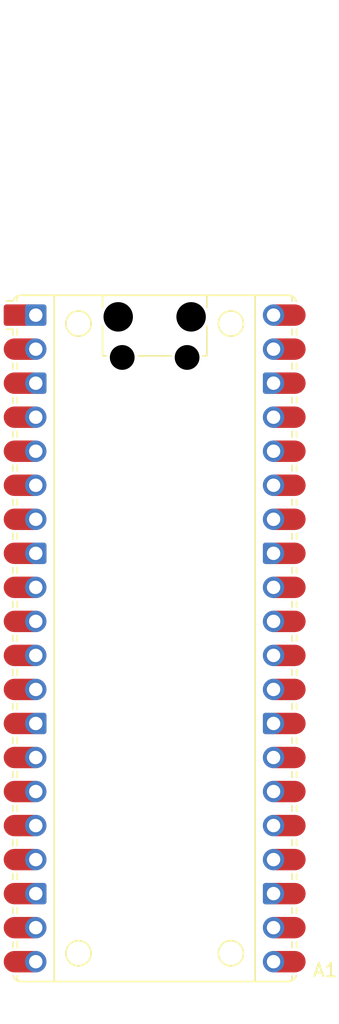
<source format=kicad_pcb>
(kicad_pcb (version 20240108) (generator "pcbnew") (generator_version "8.0")
  (layers (0 "F.Cu" signal) (31 "B.Cu" signal) (34 "B.Paste" user) (35 "F.Paste" user) (36 "B.SilkS" user "B.Silkscreen") (37 "F.SilkS" user "F.Silkscreen") (38 "B.Mask" user) (39 "F.Mask" user) (44 "Edge.Cuts" user))
  (net 0 "")
  (net 3 "Net-(A1-GND-Pad13)")
  (footprint "Module_RaspberryPi_Pico:RaspberryPi_Pico_Common" (layer "F.Cu") (at 116.078 75.692)
    (property "Reference" "A1" (at 11.7475 24.765 0) (layer "F.SilkS") (effects (justify left)))
    (property "Value" "RaspberryPi_Pico")
    (fp_line (start -10.61 -23.07) (end -11.09 -23.07) (stroke (width 0.12)) (layer "F.SilkS"))
    (fp_line (start -10.61 -23.07) (end -10.61 -22.65) (stroke (width 0.12)) (layer "F.SilkS"))
    (fp_line (start -10.61 -20.53) (end -10.61 -20.11) (stroke (width 0.12)) (layer "F.SilkS"))
    (fp_line (start -10.61 -17.99) (end -10.61 -17.57) (stroke (width 0.12)) (layer "F.SilkS"))
    (fp_line (start -10.61 -15.45) (end -10.61 -15.03) (stroke (width 0.12)) (layer "F.SilkS"))
    (fp_line (start -10.61 -12.91) (end -10.61 -12.49) (stroke (width 0.12)) (layer "F.SilkS"))
    (fp_line (start -10.61 -10.37) (end -10.61 -9.95) (stroke (width 0.12)) (layer "F.SilkS"))
    (fp_line (start -10.61 -7.83) (end -10.61 -7.41) (stroke (width 0.12)) (layer "F.SilkS"))
    (fp_line (start -10.61 -5.29) (end -10.61 -4.87) (stroke (width 0.12)) (layer "F.SilkS"))
    (fp_line (start -10.61 -2.75) (end -10.61 -2.33) (stroke (width 0.12)) (layer "F.SilkS"))
    (fp_line (start -10.61 -0.21) (end -10.61 0.21) (stroke (width 0.12)) (layer "F.SilkS"))
    (fp_line (start -10.61 2.33) (end -10.61 2.75) (stroke (width 0.12)) (layer "F.SilkS"))
    (fp_line (start -10.61 4.87) (end -10.61 5.29) (stroke (width 0.12)) (layer "F.SilkS"))
    (fp_line (start -10.61 7.41) (end -10.61 7.83) (stroke (width 0.12)) (layer "F.SilkS"))
    (fp_line (start -10.61 9.95) (end -10.61 10.37) (stroke (width 0.12)) (layer "F.SilkS"))
    (fp_line (start -10.61 12.49) (end -10.61 12.91) (stroke (width 0.12)) (layer "F.SilkS"))
    (fp_line (start -10.61 15.03) (end -10.61 15.45) (stroke (width 0.12)) (layer "F.SilkS"))
    (fp_line (start -10.61 17.57) (end -10.61 17.99) (stroke (width 0.12)) (layer "F.SilkS"))
    (fp_line (start -10.61 20.11) (end -10.61 20.53) (stroke (width 0.12)) (layer "F.SilkS"))
    (fp_line (start -10.61 22.65) (end -10.61 23.07) (stroke (width 0.12)) (layer "F.SilkS"))
    (fp_line (start -10.579676 -25.19) (end -11.09 -25.19) (stroke (width 0.12)) (layer "F.SilkS"))
    (fp_line (start -10.27 -25.189937) (end -10.27 -25.547) (stroke (width 0.12)) (layer "F.SilkS"))
    (fp_line (start -10.27 -23.07) (end -10.27 -22.65) (stroke (width 0.12)) (layer "F.SilkS"))
    (fp_line (start -10.27 -20.53) (end -10.27 -20.11) (stroke (width 0.12)) (layer "F.SilkS"))
    (fp_line (start -10.27 -17.99) (end -10.27 -17.57) (stroke (width 0.12)) (layer "F.SilkS"))
    (fp_line (start -10.27 -15.45) (end -10.27 -15.03) (stroke (width 0.12)) (layer "F.SilkS"))
    (fp_line (start -10.27 -12.91) (end -10.27 -12.49) (stroke (width 0.12)) (layer "F.SilkS"))
    (fp_line (start -10.27 -10.37) (end -10.27 -9.95) (stroke (width 0.12)) (layer "F.SilkS"))
    (fp_line (start -10.27 -7.83) (end -10.27 -7.41) (stroke (width 0.12)) (layer "F.SilkS"))
    (fp_line (start -10.27 -5.29) (end -10.27 -4.87) (stroke (width 0.12)) (layer "F.SilkS"))
    (fp_line (start -10.27 -2.75) (end -10.27 -2.33) (stroke (width 0.12)) (layer "F.SilkS"))
    (fp_line (start -10.27 -0.21) (end -10.27 0.21) (stroke (width 0.12)) (layer "F.SilkS"))
    (fp_line (start -10.27 2.33) (end -10.27 2.75) (stroke (width 0.12)) (layer "F.SilkS"))
    (fp_line (start -10.27 4.87) (end -10.27 5.29) (stroke (width 0.12)) (layer "F.SilkS"))
    (fp_line (start -10.27 7.41) (end -10.27 7.83) (stroke (width 0.12)) (layer "F.SilkS"))
    (fp_line (start -10.27 9.95) (end -10.27 10.37) (stroke (width 0.12)) (layer "F.SilkS"))
    (fp_line (start -10.27 12.49) (end -10.27 12.91) (stroke (width 0.12)) (layer "F.SilkS"))
    (fp_line (start -10.27 15.03) (end -10.27 15.45) (stroke (width 0.12)) (layer "F.SilkS"))
    (fp_line (start -10.27 17.57) (end -10.27 17.99) (stroke (width 0.12)) (layer "F.SilkS"))
    (fp_line (start -10.27 20.11) (end -10.27 20.53) (stroke (width 0.12)) (layer "F.SilkS"))
    (fp_line (start -10.27 22.65) (end -10.27 23.07) (stroke (width 0.12)) (layer "F.SilkS"))
    (fp_line (start -10.27 25.189937) (end -10.27 25.547) (stroke (width 0.12)) (layer "F.SilkS"))
    (fp_line (start -10 -25.61) (end -7.51 -25.61) (stroke (width 0.12)) (layer "F.SilkS"))
    (fp_line (start -10 25.61) (end -3.6 25.61) (stroke (width 0.12)) (layer "F.SilkS"))
    (fp_line (start -7.51 -25.61) (end -7.51 -24.69648) (stroke (width 0.12)) (layer "F.SilkS"))
    (fp_line (start -7.51 -25.61) (end -4.235 -25.61) (stroke (width 0.12)) (layer "F.SilkS"))
    (fp_line (start -7.51 -24.69648) (end -7.51 -22.30352) (stroke (width 0.12)) (layer "F.SilkS"))
    (fp_line (start -7.51 -22.30352) (end -7.51 22.30352) (stroke (width 0.12)) (layer "F.SilkS"))
    (fp_line (start -7.51 22.30352) (end -7.51 24.69648) (stroke (width 0.12)) (layer "F.SilkS"))
    (fp_line (start -7.51 24.69648) (end -7.51 25.61) (stroke (width 0.12)) (layer "F.SilkS"))
    (fp_line (start -4.235 -25.61) (end 4.235 -25.61) (stroke (width 0.12)) (layer "F.SilkS"))
    (fp_line (start -3.9 -25.61) (end -3.9 -24.694) (stroke (width 0.12)) (layer "F.SilkS"))
    (fp_line (start -3.9 -23.3152) (end -3.9 -21.09) (stroke (width 0.12)) (layer "F.SilkS"))
    (fp_line (start -3.9 -21.09) (end -3.60391 -21.09) (stroke (width 0.12)) (layer "F.SilkS"))
    (fp_line (start -1.24609 -21.09) (end 1.24609 -21.09) (stroke (width 0.12)) (layer "F.SilkS"))
    (fp_line (start 3.6 25.61) (end -3.6 25.61) (stroke (width 0.12)) (layer "F.SilkS"))
    (fp_line (start 3.6 25.61) (end 10 25.61) (stroke (width 0.12)) (layer "F.SilkS"))
    (fp_line (start 3.60391 -21.09) (end 3.9 -21.09) (stroke (width 0.12)) (layer "F.SilkS"))
    (fp_line (start 3.9 -25.61) (end 3.9 -24.694) (stroke (width 0.12)) (layer "F.SilkS"))
    (fp_line (start 3.9 -23.3152) (end 3.9 -21.09) (stroke (width 0.12)) (layer "F.SilkS"))
    (fp_line (start 4.235 -25.61) (end 7.51 -25.61) (stroke (width 0.12)) (layer "F.SilkS"))
    (fp_line (start 7.51 -25.61) (end 7.51 -24.69648) (stroke (width 0.12)) (layer "F.SilkS"))
    (fp_line (start 7.51 -24.69648) (end 7.51 -22.30352) (stroke (width 0.12)) (layer "F.SilkS"))
    (fp_line (start 7.51 -22.30352) (end 7.51 22.30352) (stroke (width 0.12)) (layer "F.SilkS"))
    (fp_line (start 7.51 22.30352) (end 7.51 24.69648) (stroke (width 0.12)) (layer "F.SilkS"))
    (fp_line (start 7.51 24.69648) (end 7.51 25.61) (stroke (width 0.12)) (layer "F.SilkS"))
    (fp_line (start 10 -25.61) (end 7.51 -25.61) (stroke (width 0.12)) (layer "F.SilkS"))
    (fp_line (start 10.27 -25.189937) (end 10.27 -25.547) (stroke (width 0.12)) (layer "F.SilkS"))
    (fp_line (start 10.27 -23.07) (end 10.27 -22.65) (stroke (width 0.12)) (layer "F.SilkS"))
    (fp_line (start 10.27 -20.53) (end 10.27 -20.11) (stroke (width 0.12)) (layer "F.SilkS"))
    (fp_line (start 10.27 -17.99) (end 10.27 -17.57) (stroke (width 0.12)) (layer "F.SilkS"))
    (fp_line (start 10.27 -15.45) (end 10.27 -15.03) (stroke (width 0.12)) (layer "F.SilkS"))
    (fp_line (start 10.27 -12.91) (end 10.27 -12.49) (stroke (width 0.12)) (layer "F.SilkS"))
    (fp_line (start 10.27 -10.37) (end 10.27 -9.95) (stroke (width 0.12)) (layer "F.SilkS"))
    (fp_line (start 10.27 -7.83) (end 10.27 -7.41) (stroke (width 0.12)) (layer "F.SilkS"))
    (fp_line (start 10.27 -5.29) (end 10.27 -4.87) (stroke (width 0.12)) (layer "F.SilkS"))
    (fp_line (start 10.27 -2.75) (end 10.27 -2.33) (stroke (width 0.12)) (layer "F.SilkS"))
    (fp_line (start 10.27 -0.21) (end 10.27 0.21) (stroke (width 0.12)) (layer "F.SilkS"))
    (fp_line (start 10.27 2.33) (end 10.27 2.75) (stroke (width 0.12)) (layer "F.SilkS"))
    (fp_line (start 10.27 4.87) (end 10.27 5.29) (stroke (width 0.12)) (layer "F.SilkS"))
    (fp_line (start 10.27 7.41) (end 10.27 7.83) (stroke (width 0.12)) (layer "F.SilkS"))
    (fp_line (start 10.27 9.95) (end 10.27 10.37) (stroke (width 0.12)) (layer "F.SilkS"))
    (fp_line (start 10.27 12.49) (end 10.27 12.91) (stroke (width 0.12)) (layer "F.SilkS"))
    (fp_line (start 10.27 15.03) (end 10.27 15.45) (stroke (width 0.12)) (layer "F.SilkS"))
    (fp_line (start 10.27 17.57) (end 10.27 17.99) (stroke (width 0.12)) (layer "F.SilkS"))
    (fp_line (start 10.27 20.11) (end 10.27 20.53) (stroke (width 0.12)) (layer "F.SilkS"))
    (fp_line (start 10.27 22.65) (end 10.27 23.07) (stroke (width 0.12)) (layer "F.SilkS"))
    (fp_line (start 10.27 25.189937) (end 10.27 25.547) (stroke (width 0.12)) (layer "F.SilkS"))
    (fp_line (start 10.61 -23.07) (end 10.61 -22.65) (stroke (width 0.12)) (layer "F.SilkS"))
    (fp_line (start 10.61 -20.53) (end 10.61 -20.11) (stroke (width 0.12)) (layer "F.SilkS"))
    (fp_line (start 10.61 -17.99) (end 10.61 -17.57) (stroke (width 0.12)) (layer "F.SilkS"))
    (fp_line (start 10.61 -15.45) (end 10.61 -15.03) (stroke (width 0.12)) (layer "F.SilkS"))
    (fp_line (start 10.61 -12.91) (end 10.61 -12.49) (stroke (width 0.12)) (layer "F.SilkS"))
    (fp_line (start 10.61 -10.37) (end 10.61 -9.95) (stroke (width 0.12)) (layer "F.SilkS"))
    (fp_line (start 10.61 -7.83) (end 10.61 -7.41) (stroke (width 0.12)) (layer "F.SilkS"))
    (fp_line (start 10.61 -5.29) (end 10.61 -4.87) (stroke (width 0.12)) (layer "F.SilkS"))
    (fp_line (start 10.61 -2.75) (end 10.61 -2.33) (stroke (width 0.12)) (layer "F.SilkS"))
    (fp_line (start 10.61 -0.21) (end 10.61 0.21) (stroke (width 0.12)) (layer "F.SilkS"))
    (fp_line (start 10.61 2.33) (end 10.61 2.75) (stroke (width 0.12)) (layer "F.SilkS"))
    (fp_line (start 10.61 4.87) (end 10.61 5.29) (stroke (width 0.12)) (layer "F.SilkS"))
    (fp_line (start 10.61 7.41) (end 10.61 7.83) (stroke (width 0.12)) (layer "F.SilkS"))
    (fp_line (start 10.61 9.95) (end 10.61 10.37) (stroke (width 0.12)) (layer "F.SilkS"))
    (fp_line (start 10.61 12.49) (end 10.61 12.91) (stroke (width 0.12)) (layer "F.SilkS"))
    (fp_line (start 10.61 15.03) (end 10.61 15.45) (stroke (width 0.12)) (layer "F.SilkS"))
    (fp_line (start 10.61 17.57) (end 10.61 17.99) (stroke (width 0.12)) (layer "F.SilkS"))
    (fp_line (start 10.61 20.11) (end 10.61 20.53) (stroke (width 0.12)) (layer "F.SilkS"))
    (fp_line (start 10.61 22.65) (end 10.61 23.07) (stroke (width 0.12)) (layer "F.SilkS"))
    (fp_arc (start -10.579676 -25.19) (mid -10.357916 -25.49396) (end -10 -25.61) (stroke (width 0.12)) (layer "F.SilkS"))
    (fp_arc (start -10 25.61) (mid -10.357937 25.493944) (end -10.579676 25.189937) (stroke (width 0.12)) (layer "F.SilkS"))
    (fp_arc (start 10 -25.61) (mid 10.357937 -25.493944) (end 10.579676 -25.189937) (stroke (width 0.12)) (layer "F.SilkS"))
    (fp_arc (start 10.579676 25.189937) (mid 10.357949 25.493953) (end 10 25.61) (stroke (width 0.12)) (layer "F.SilkS"))
    (fp_circle (center -5.7 -23.5) (end -4.76 -23.5) (stroke (width 0.12)) (fill none) (layer "F.SilkS"))
    (fp_circle (center -5.7 23.5) (end -4.76 23.5) (stroke (width 0.12)) (fill none) (layer "F.SilkS"))
    (fp_circle (center 5.7 -23.5) (end 6.64 -23.5) (stroke (width 0.12)) (fill none) (layer "F.SilkS"))
    (fp_circle (center 5.7 23.5) (end 6.64 23.5) (stroke (width 0.12)) (fill none) (layer "F.SilkS"))
    (pad "" np_thru_hole circle (at -2.725 -24) (size 2.2 2.2) (drill 2.2) (layers "*.Mask"))
    (pad "" np_thru_hole circle (at -2.425 -20.97) (size 1.85 1.85) (drill 1.85) (layers "*.Mask"))
    (pad "" np_thru_hole circle (at 2.425 -20.97) (size 1.85 1.85) (drill 1.85) (layers "*.Mask"))
    (pad "" np_thru_hole circle (at 2.725 -24) (size 2.2 2.2) (drill 2.2) (layers "*.Mask"))
    (pad "1" thru_hole roundrect (at -8.89 -24.13) (size 1.6 1.6) (drill 1) (layers "*.Cu" "*.Mask") (roundrect_rratio 0.125))
    (pad "1" smd custom (at -8.89 -24.13) (size 1.6 1.6) (layers "F.Cu" "F.Mask") (options (clearance outline) (anchor circle)) (primitives (gr_poly (pts (xy -2.4 0.6) (xy -2.4 -0.6) (xy -2.2 -0.8) (xy 0 -0.8) (xy 0 0.8) (xy -2.2 0.8)) (width 0) (fill yes)) (gr_circle (center -2.2 0.6) (end -2 0.6) (width 0) (fill yes)) (gr_circle (center -2.2 -0.6) (end -2 -0.6) (width 0) (fill yes))))
    (pad "2" thru_hole circle (at -8.89 -21.59) (size 1.6 1.6) (drill 1) (layers "*.Cu" "*.Mask"))
    (pad "2" smd roundrect (at -8.89 -21.59) (size 3.2 1.6) (drill (offset -0.8 0)) (layers "F.Cu" "F.Mask") (roundrect_rratio 0.5))
    (pad "3" thru_hole custom (at -8.89 -19.05) (size 1.6 1.6) (drill 1) (layers "*.Cu" "*.Mask") (net 3 "Net-(A1-GND-Pad13)") (options (clearance outline) (anchor circle)) (primitives (gr_poly (pts (xy 0.8 0.6) (xy 0.8 -0.6) (xy 0.6 -0.8) (xy 0 -0.8) (xy 0 0.8) (xy 0.6 0.8)) (width 0) (fill yes)) (gr_circle (center 0.6 0.6) (end 0.8 0.6) (width 0) (fill yes)) (gr_circle (center 0.6 -0.6) (end 0.8 -0.6) (width 0) (fill yes))))
    (pad "3" smd custom (at -8.89 -19.05) (size 1.6 1.6) (layers "F.Cu" "F.Mask") (net 3 "Net-(A1-GND-Pad13)") (options (clearance outline) (anchor circle)) (primitives (gr_poly (pts (xy 0.8 -0.6) (xy 0.8 0.6) (xy 0.6 0.8) (xy -1.6 0.8) (xy -1.6 -0.8) (xy 0.6 -0.8)) (width 0) (fill yes)) (gr_circle (center 0.6 0.6) (end 0.8 0.6) (width 0) (fill yes)) (gr_circle (center 0.6 -0.6) (end 0.8 -0.6) (width 0) (fill yes)) (gr_circle (center -1.6 0) (end -0.8 0) (width 0) (fill yes))))
    (pad "4" thru_hole circle (at -8.89 -16.51) (size 1.6 1.6) (drill 1) (layers "*.Cu" "*.Mask"))
    (pad "4" smd roundrect (at -8.89 -16.51) (size 3.2 1.6) (drill (offset -0.8 0)) (layers "F.Cu" "F.Mask") (roundrect_rratio 0.5))
    (pad "5" thru_hole circle (at -8.89 -13.97) (size 1.6 1.6) (drill 1) (layers "*.Cu" "*.Mask"))
    (pad "5" smd roundrect (at -8.89 -13.97) (size 3.2 1.6) (drill (offset -0.8 0)) (layers "F.Cu" "F.Mask") (roundrect_rratio 0.5))
    (pad "6" thru_hole circle (at -8.89 -11.43) (size 1.6 1.6) (drill 1) (layers "*.Cu" "*.Mask"))
    (pad "6" smd roundrect (at -8.89 -11.43) (size 3.2 1.6) (drill (offset -0.8 0)) (layers "F.Cu" "F.Mask") (roundrect_rratio 0.5))
    (pad "7" thru_hole circle (at -8.89 -8.89) (size 1.6 1.6) (drill 1) (layers "*.Cu" "*.Mask"))
    (pad "7" smd roundrect (at -8.89 -8.89) (size 3.2 1.6) (drill (offset -0.8 0)) (layers "F.Cu" "F.Mask") (roundrect_rratio 0.5))
    (pad "8" thru_hole custom (at -8.89 -6.35) (size 1.6 1.6) (drill 1) (layers "*.Cu" "*.Mask") (net 3 "Net-(A1-GND-Pad13)") (options (clearance outline) (anchor circle)) (primitives (gr_poly (pts (xy 0.8 0.6) (xy 0.8 -0.6) (xy 0.6 -0.8) (xy 0 -0.8) (xy 0 0.8) (xy 0.6 0.8)) (width 0) (fill yes)) (gr_circle (center 0.6 0.6) (end 0.8 0.6) (width 0) (fill yes)) (gr_circle (center 0.6 -0.6) (end 0.8 -0.6) (width 0) (fill yes))))
    (pad "8" smd custom (at -8.89 -6.35) (size 1.6 1.6) (layers "F.Cu" "F.Mask") (net 3 "Net-(A1-GND-Pad13)") (options (clearance outline) (anchor circle)) (primitives (gr_poly (pts (xy 0.8 -0.6) (xy 0.8 0.6) (xy 0.6 0.8) (xy -1.6 0.8) (xy -1.6 -0.8) (xy 0.6 -0.8)) (width 0) (fill yes)) (gr_circle (center 0.6 0.6) (end 0.8 0.6) (width 0) (fill yes)) (gr_circle (center 0.6 -0.6) (end 0.8 -0.6) (width 0) (fill yes)) (gr_circle (center -1.6 0) (end -0.8 0) (width 0) (fill yes))))
    (pad "9" thru_hole circle (at -8.89 -3.81) (size 1.6 1.6) (drill 1) (layers "*.Cu" "*.Mask"))
    (pad "9" smd roundrect (at -8.89 -3.81) (size 3.2 1.6) (drill (offset -0.8 0)) (layers "F.Cu" "F.Mask") (roundrect_rratio 0.5))
    (pad "10" thru_hole circle (at -8.89 -1.27) (size 1.6 1.6) (drill 1) (layers "*.Cu" "*.Mask"))
    (pad "10" smd roundrect (at -8.89 -1.27) (size 3.2 1.6) (drill (offset -0.8 0)) (layers "F.Cu" "F.Mask") (roundrect_rratio 0.5))
    (pad "11" thru_hole circle (at -8.89 1.27) (size 1.6 1.6) (drill 1) (layers "*.Cu" "*.Mask"))
    (pad "11" smd roundrect (at -8.89 1.27) (size 3.2 1.6) (drill (offset -0.8 0)) (layers "F.Cu" "F.Mask") (roundrect_rratio 0.5))
    (pad "12" thru_hole circle (at -8.89 3.81) (size 1.6 1.6) (drill 1) (layers "*.Cu" "*.Mask"))
    (pad "12" smd roundrect (at -8.89 3.81) (size 3.2 1.6) (drill (offset -0.8 0)) (layers "F.Cu" "F.Mask") (roundrect_rratio 0.5))
    (pad "13" thru_hole custom (at -8.89 6.35) (size 1.6 1.6) (drill 1) (layers "*.Cu" "*.Mask") (net 3 "Net-(A1-GND-Pad13)") (options (clearance outline) (anchor circle)) (primitives (gr_poly (pts (xy 0.8 0.6) (xy 0.8 -0.6) (xy 0.6 -0.8) (xy 0 -0.8) (xy 0 0.8) (xy 0.6 0.8)) (width 0) (fill yes)) (gr_circle (center 0.6 0.6) (end 0.8 0.6) (width 0) (fill yes)) (gr_circle (center 0.6 -0.6) (end 0.8 -0.6) (width 0) (fill yes))))
    (pad "13" smd custom (at -8.89 6.35) (size 1.6 1.6) (layers "F.Cu" "F.Mask") (net 3 "Net-(A1-GND-Pad13)") (options (clearance outline) (anchor circle)) (primitives (gr_poly (pts (xy 0.8 -0.6) (xy 0.8 0.6) (xy 0.6 0.8) (xy -1.6 0.8) (xy -1.6 -0.8) (xy 0.6 -0.8)) (width 0) (fill yes)) (gr_circle (center 0.6 0.6) (end 0.8 0.6) (width 0) (fill yes)) (gr_circle (center 0.6 -0.6) (end 0.8 -0.6) (width 0) (fill yes)) (gr_circle (center -1.6 0) (end -0.8 0) (width 0) (fill yes))))
    (pad "14" thru_hole circle (at -8.89 8.89) (size 1.6 1.6) (drill 1) (layers "*.Cu" "*.Mask"))
    (pad "14" smd roundrect (at -8.89 8.89) (size 3.2 1.6) (drill (offset -0.8 0)) (layers "F.Cu" "F.Mask") (roundrect_rratio 0.5))
    (pad "15" thru_hole circle (at -8.89 11.43) (size 1.6 1.6) (drill 1) (layers "*.Cu" "*.Mask"))
    (pad "15" smd roundrect (at -8.89 11.43) (size 3.2 1.6) (drill (offset -0.8 0)) (layers "F.Cu" "F.Mask") (roundrect_rratio 0.5))
    (pad "16" thru_hole circle (at -8.89 13.97) (size 1.6 1.6) (drill 1) (layers "*.Cu" "*.Mask"))
    (pad "16" smd roundrect (at -8.89 13.97) (size 3.2 1.6) (drill (offset -0.8 0)) (layers "F.Cu" "F.Mask") (roundrect_rratio 0.5))
    (pad "17" thru_hole circle (at -8.89 16.51) (size 1.6 1.6) (drill 1) (layers "*.Cu" "*.Mask"))
    (pad "17" smd roundrect (at -8.89 16.51) (size 3.2 1.6) (drill (offset -0.8 0)) (layers "F.Cu" "F.Mask") (roundrect_rratio 0.5))
    (pad "18" thru_hole custom (at -8.89 19.05) (size 1.6 1.6) (drill 1) (layers "*.Cu" "*.Mask") (net 3 "Net-(A1-GND-Pad13)") (options (clearance outline) (anchor circle)) (primitives (gr_poly (pts (xy 0.8 0.6) (xy 0.8 -0.6) (xy 0.6 -0.8) (xy 0 -0.8) (xy 0 0.8) (xy 0.6 0.8)) (width 0) (fill yes)) (gr_circle (center 0.6 0.6) (end 0.8 0.6) (width 0) (fill yes)) (gr_circle (center 0.6 -0.6) (end 0.8 -0.6) (width 0) (fill yes))))
    (pad "18" smd custom (at -8.89 19.05) (size 1.6 1.6) (layers "F.Cu" "F.Mask") (net 3 "Net-(A1-GND-Pad13)") (options (clearance outline) (anchor circle)) (primitives (gr_poly (pts (xy 0.8 -0.6) (xy 0.8 0.6) (xy 0.6 0.8) (xy -1.6 0.8) (xy -1.6 -0.8) (xy 0.6 -0.8)) (width 0) (fill yes)) (gr_circle (center 0.6 0.6) (end 0.8 0.6) (width 0) (fill yes)) (gr_circle (center 0.6 -0.6) (end 0.8 -0.6) (width 0) (fill yes)) (gr_circle (center -1.6 0) (end -0.8 0) (width 0) (fill yes))))
    (pad "19" thru_hole circle (at -8.89 21.59) (size 1.6 1.6) (drill 1) (layers "*.Cu" "*.Mask"))
    (pad "19" smd roundrect (at -8.89 21.59) (size 3.2 1.6) (drill (offset -0.8 0)) (layers "F.Cu" "F.Mask") (roundrect_rratio 0.5))
    (pad "20" thru_hole circle (at -8.89 24.13) (size 1.6 1.6) (drill 1) (layers "*.Cu" "*.Mask"))
    (pad "20" smd roundrect (at -8.89 24.13) (size 3.2 1.6) (drill (offset -0.8 0)) (layers "F.Cu" "F.Mask") (roundrect_rratio 0.5))
    (pad "21" thru_hole circle (at 8.89 24.13) (size 1.6 1.6) (drill 1) (layers "*.Cu" "*.Mask"))
    (pad "21" smd roundrect (at 8.89 24.13) (size 3.2 1.6) (drill (offset 0.8 0)) (layers "F.Cu" "F.Mask") (roundrect_rratio 0.5))
    (pad "22" thru_hole circle (at 8.89 21.59) (size 1.6 1.6) (drill 1) (layers "*.Cu" "*.Mask"))
    (pad "22" smd roundrect (at 8.89 21.59) (size 3.2 1.6) (drill (offset 0.8 0)) (layers "F.Cu" "F.Mask") (roundrect_rratio 0.5))
    (pad "23" thru_hole custom (at 8.89 19.05) (size 1.6 1.6) (drill 1) (layers "*.Cu" "*.Mask") (net 3 "Net-(A1-GND-Pad13)") (options (clearance outline) (anchor circle)) (primitives (gr_poly (pts (xy -0.8 0.6) (xy -0.8 -0.6) (xy -0.6 -0.8) (xy 0 -0.8) (xy 0 0.8) (xy -0.6 0.8)) (width 0) (fill yes)) (gr_circle (center -0.6 0.6) (end -0.4 0.6) (width 0) (fill yes)) (gr_circle (center -0.6 -0.6) (end -0.4 -0.6) (width 0) (fill yes))))
    (pad "23" smd custom (at 8.89 19.05) (size 1.6 1.6) (layers "F.Cu" "F.Mask") (net 3 "Net-(A1-GND-Pad13)") (options (clearance outline) (anchor circle)) (primitives (gr_poly (pts (xy -0.8 -0.6) (xy -0.8 0.6) (xy -0.6 0.8) (xy 1.6 0.8) (xy 1.6 -0.8) (xy -0.6 -0.8)) (width 0) (fill yes)) (gr_circle (center -0.6 0.6) (end -0.4 0.6) (width 0) (fill yes)) (gr_circle (center -0.6 -0.6) (end -0.4 -0.6) (width 0) (fill yes)) (gr_circle (center 1.6 0) (end 2.4 0) (width 0) (fill yes))))
    (pad "24" thru_hole circle (at 8.89 16.51) (size 1.6 1.6) (drill 1) (layers "*.Cu" "*.Mask"))
    (pad "24" smd roundrect (at 8.89 16.51) (size 3.2 1.6) (drill (offset 0.8 0)) (layers "F.Cu" "F.Mask") (roundrect_rratio 0.5))
    (pad "25" thru_hole circle (at 8.89 13.97) (size 1.6 1.6) (drill 1) (layers "*.Cu" "*.Mask"))
    (pad "25" smd roundrect (at 8.89 13.97) (size 3.2 1.6) (drill (offset 0.8 0)) (layers "F.Cu" "F.Mask") (roundrect_rratio 0.5))
    (pad "26" thru_hole circle (at 8.89 11.43) (size 1.6 1.6) (drill 1) (layers "*.Cu" "*.Mask"))
    (pad "26" smd roundrect (at 8.89 11.43) (size 3.2 1.6) (drill (offset 0.8 0)) (layers "F.Cu" "F.Mask") (roundrect_rratio 0.5))
    (pad "27" thru_hole circle (at 8.89 8.89) (size 1.6 1.6) (drill 1) (layers "*.Cu" "*.Mask"))
    (pad "27" smd roundrect (at 8.89 8.89) (size 3.2 1.6) (drill (offset 0.8 0)) (layers "F.Cu" "F.Mask") (roundrect_rratio 0.5))
    (pad "28" thru_hole custom (at 8.89 6.35) (size 1.6 1.6) (drill 1) (layers "*.Cu" "*.Mask") (net 3 "Net-(A1-GND-Pad13)") (options (clearance outline) (anchor circle)) (primitives (gr_poly (pts (xy -0.8 0.6) (xy -0.8 -0.6) (xy -0.6 -0.8) (xy 0 -0.8) (xy 0 0.8) (xy -0.6 0.8)) (width 0) (fill yes)) (gr_circle (center -0.6 0.6) (end -0.4 0.6) (width 0) (fill yes)) (gr_circle (center -0.6 -0.6) (end -0.4 -0.6) (width 0) (fill yes))))
    (pad "28" smd custom (at 8.89 6.35) (size 1.6 1.6) (layers "F.Cu" "F.Mask") (net 3 "Net-(A1-GND-Pad13)") (options (clearance outline) (anchor circle)) (primitives (gr_poly (pts (xy -0.8 -0.6) (xy -0.8 0.6) (xy -0.6 0.8) (xy 1.6 0.8) (xy 1.6 -0.8) (xy -0.6 -0.8)) (width 0) (fill yes)) (gr_circle (center -0.6 0.6) (end -0.4 0.6) (width 0) (fill yes)) (gr_circle (center -0.6 -0.6) (end -0.4 -0.6) (width 0) (fill yes)) (gr_circle (center 1.6 0) (end 2.4 0) (width 0) (fill yes))))
    (pad "29" thru_hole circle (at 8.89 3.81) (size 1.6 1.6) (drill 1) (layers "*.Cu" "*.Mask"))
    (pad "29" smd roundrect (at 8.89 3.81) (size 3.2 1.6) (drill (offset 0.8 0)) (layers "F.Cu" "F.Mask") (roundrect_rratio 0.5))
    (pad "30" thru_hole circle (at 8.89 1.27) (size 1.6 1.6) (drill 1) (layers "*.Cu" "*.Mask"))
    (pad "30" smd roundrect (at 8.89 1.27) (size 3.2 1.6) (drill (offset 0.8 0)) (layers "F.Cu" "F.Mask") (roundrect_rratio 0.5))
    (pad "31" thru_hole circle (at 8.89 -1.27) (size 1.6 1.6) (drill 1) (layers "*.Cu" "*.Mask"))
    (pad "31" smd roundrect (at 8.89 -1.27) (size 3.2 1.6) (drill (offset 0.8 0)) (layers "F.Cu" "F.Mask") (roundrect_rratio 0.5))
    (pad "32" thru_hole circle (at 8.89 -3.81) (size 1.6 1.6) (drill 1) (layers "*.Cu" "*.Mask"))
    (pad "32" smd roundrect (at 8.89 -3.81) (size 3.2 1.6) (drill (offset 0.8 0)) (layers "F.Cu" "F.Mask") (roundrect_rratio 0.5))
    (pad "33" thru_hole custom (at 8.89 -6.35) (size 1.6 1.6) (drill 1) (layers "*.Cu" "*.Mask") (options (clearance outline) (anchor circle)) (primitives (gr_poly (pts (xy -0.8 0.6) (xy -0.8 -0.6) (xy -0.6 -0.8) (xy 0 -0.8) (xy 0 0.8) (xy -0.6 0.8)) (width 0) (fill yes)) (gr_circle (center -0.6 0.6) (end -0.4 0.6) (width 0) (fill yes)) (gr_circle (center -0.6 -0.6) (end -0.4 -0.6) (width 0) (fill yes))))
    (pad "33" smd custom (at 8.89 -6.35) (size 1.6 1.6) (layers "F.Cu" "F.Mask") (options (clearance outline) (anchor circle)) (primitives (gr_poly (pts (xy -0.8 -0.6) (xy -0.8 0.6) (xy -0.6 0.8) (xy 1.6 0.8) (xy 1.6 -0.8) (xy -0.6 -0.8)) (width 0) (fill yes)) (gr_circle (center -0.6 0.6) (end -0.4 0.6) (width 0) (fill yes)) (gr_circle (center -0.6 -0.6) (end -0.4 -0.6) (width 0) (fill yes)) (gr_circle (center 1.6 0) (end 2.4 0) (width 0) (fill yes))))
    (pad "34" thru_hole circle (at 8.89 -8.89) (size 1.6 1.6) (drill 1) (layers "*.Cu" "*.Mask"))
    (pad "34" smd roundrect (at 8.89 -8.89) (size 3.2 1.6) (drill (offset 0.8 0)) (layers "F.Cu" "F.Mask") (roundrect_rratio 0.5))
    (pad "35" thru_hole circle (at 8.89 -11.43) (size 1.6 1.6) (drill 1) (layers "*.Cu" "*.Mask"))
    (pad "35" smd roundrect (at 8.89 -11.43) (size 3.2 1.6) (drill (offset 0.8 0)) (layers "F.Cu" "F.Mask") (roundrect_rratio 0.5))
    (pad "36" thru_hole circle (at 8.89 -13.97) (size 1.6 1.6) (drill 1) (layers "*.Cu" "*.Mask"))
    (pad "36" smd roundrect (at 8.89 -13.97) (size 3.2 1.6) (drill (offset 0.8 0)) (layers "F.Cu" "F.Mask") (roundrect_rratio 0.5))
    (pad "37" thru_hole circle (at 8.89 -16.51) (size 1.6 1.6) (drill 1) (layers "*.Cu" "*.Mask"))
    (pad "37" smd roundrect (at 8.89 -16.51) (size 3.2 1.6) (drill (offset 0.8 0)) (layers "F.Cu" "F.Mask") (roundrect_rratio 0.5))
    (pad "38" thru_hole custom (at 8.89 -19.05) (size 1.6 1.6) (drill 1) (layers "*.Cu" "*.Mask") (net 3 "Net-(A1-GND-Pad13)") (options (clearance outline) (anchor circle)) (primitives (gr_poly (pts (xy -0.8 0.6) (xy -0.8 -0.6) (xy -0.6 -0.8) (xy 0 -0.8) (xy 0 0.8) (xy -0.6 0.8)) (width 0) (fill yes)) (gr_circle (center -0.6 0.6) (end -0.4 0.6) (width 0) (fill yes)) (gr_circle (center -0.6 -0.6) (end -0.4 -0.6) (width 0) (fill yes))))
    (pad "38" smd custom (at 8.89 -19.05) (size 1.6 1.6) (layers "F.Cu" "F.Mask") (net 3 "Net-(A1-GND-Pad13)") (options (clearance outline) (anchor circle)) (primitives (gr_poly (pts (xy -0.8 -0.6) (xy -0.8 0.6) (xy -0.6 0.8) (xy 1.6 0.8) (xy 1.6 -0.8) (xy -0.6 -0.8)) (width 0) (fill yes)) (gr_circle (center -0.6 0.6) (end -0.4 0.6) (width 0) (fill yes)) (gr_circle (center -0.6 -0.6) (end -0.4 -0.6) (width 0) (fill yes)) (gr_circle (center 1.6 0) (end 2.4 0) (width 0) (fill yes))))
    (pad "39" thru_hole circle (at 8.89 -21.59) (size 1.6 1.6) (drill 1) (layers "*.Cu" "*.Mask"))
    (pad "39" smd roundrect (at 8.89 -21.59) (size 3.2 1.6) (drill (offset 0.8 0)) (layers "F.Cu" "F.Mask") (roundrect_rratio 0.5))
    (pad "40" thru_hole circle (at 8.89 -24.13) (size 1.6 1.6) (drill 1) (layers "*.Cu" "*.Mask"))
    (pad "40" smd roundrect (at 8.89 -24.13) (size 3.2 1.6) (drill (offset 0.8 0)) (layers "F.Cu" "F.Mask") (roundrect_rratio 0.5))
  )
)
</source>
